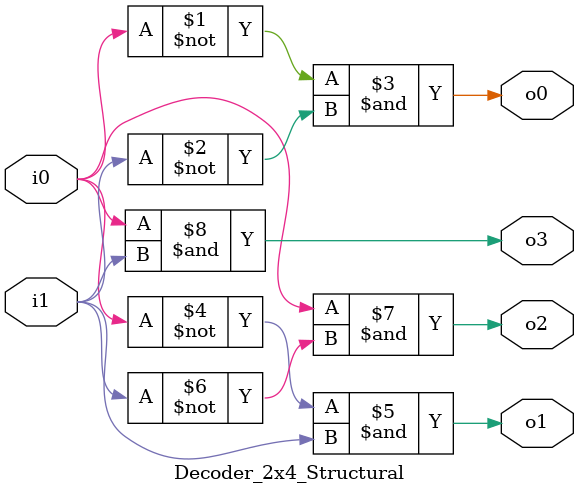
<source format=v>
`timescale 1ns / 1ps


module Decoder_2x4_Structural(
    o0,
    o1,
    o2,
    o3,
    i1,
    i0
    );

    output o0;
    output o1;
    output o2;
    output o3;
    input i1;
    input i0;
    
    and(o0, ~i0, ~i1);
    and(o1, ~i0, i1);
    and(o2, i0, ~i1);
    and(o3, i0, i1);
endmodule

</source>
